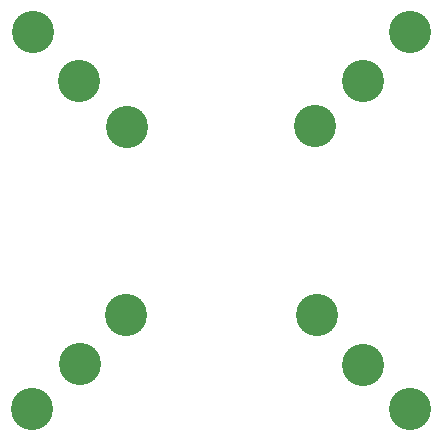
<source format=gbr>
G04 #@! TF.FileFunction,Soldermask,Top*
%FSLAX46Y46*%
G04 Gerber Fmt 4.6, Leading zero omitted, Abs format (unit mm)*
G04 Created by KiCad (PCBNEW 4.0.6) date 05/08/17 07:31:19*
%MOMM*%
%LPD*%
G01*
G04 APERTURE LIST*
%ADD10C,0.100000*%
%ADD11C,2.940000*%
%ADD12C,3.575000*%
G04 APERTURE END LIST*
D10*
D11*
X191385100Y-113854100D03*
D12*
X191385100Y-113854100D03*
D11*
X167376100Y-89819100D03*
D12*
X167376100Y-89819100D03*
D11*
X171471100Y-93697100D03*
D12*
X171471100Y-93697100D03*
D11*
X187502100Y-109665100D03*
D12*
X187502100Y-109665100D03*
D11*
X195380100Y-117611100D03*
D12*
X195380100Y-117611100D03*
D11*
X163489100Y-85661100D03*
D12*
X163489100Y-85661100D03*
D11*
X187325100Y-93674100D03*
D12*
X187325100Y-93674100D03*
D11*
X171340500Y-109691500D03*
D12*
X171340500Y-109691500D03*
D11*
X167453500Y-113766300D03*
D12*
X167453500Y-113766300D03*
D11*
X191409300Y-89803300D03*
D12*
X191409300Y-89803300D03*
D11*
X163367300Y-117645900D03*
D12*
X163367300Y-117645900D03*
D11*
X195379300Y-85678100D03*
D12*
X195379300Y-85678100D03*
M02*

</source>
